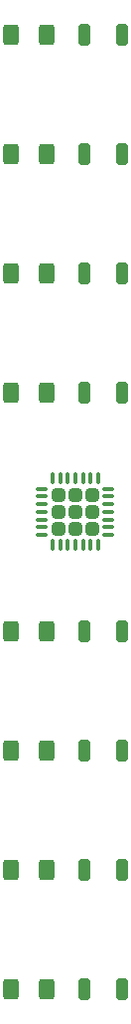
<source format=gbr>
%TF.GenerationSoftware,KiCad,Pcbnew,8.0.3-8.0.3-0~ubuntu22.04.1*%
%TF.CreationDate,2024-08-08T09:56:26+03:00*%
%TF.ProjectId,PM-RQ8-front,504d2d52-5138-42d6-9672-6f6e742e6b69,rev?*%
%TF.SameCoordinates,Original*%
%TF.FileFunction,Paste,Bot*%
%TF.FilePolarity,Positive*%
%FSLAX46Y46*%
G04 Gerber Fmt 4.6, Leading zero omitted, Abs format (unit mm)*
G04 Created by KiCad (PCBNEW 8.0.3-8.0.3-0~ubuntu22.04.1) date 2024-08-08 09:56:26*
%MOMM*%
%LPD*%
G01*
G04 APERTURE LIST*
G04 Aperture macros list*
%AMRoundRect*
0 Rectangle with rounded corners*
0 $1 Rounding radius*
0 $2 $3 $4 $5 $6 $7 $8 $9 X,Y pos of 4 corners*
0 Add a 4 corners polygon primitive as box body*
4,1,4,$2,$3,$4,$5,$6,$7,$8,$9,$2,$3,0*
0 Add four circle primitives for the rounded corners*
1,1,$1+$1,$2,$3*
1,1,$1+$1,$4,$5*
1,1,$1+$1,$6,$7*
1,1,$1+$1,$8,$9*
0 Add four rect primitives between the rounded corners*
20,1,$1+$1,$2,$3,$4,$5,0*
20,1,$1+$1,$4,$5,$6,$7,0*
20,1,$1+$1,$6,$7,$8,$9,0*
20,1,$1+$1,$8,$9,$2,$3,0*%
G04 Aperture macros list end*
%ADD10RoundRect,0.075000X-0.075000X-0.437500X0.075000X-0.437500X0.075000X0.437500X-0.075000X0.437500X0*%
%ADD11RoundRect,0.075000X-0.437500X-0.075000X0.437500X-0.075000X0.437500X0.075000X-0.437500X0.075000X0*%
%ADD12RoundRect,0.250000X-0.320000X-0.320000X0.320000X-0.320000X0.320000X0.320000X-0.320000X0.320000X0*%
%ADD13RoundRect,0.250000X-0.400000X-0.625000X0.400000X-0.625000X0.400000X0.625000X-0.400000X0.625000X0*%
%ADD14RoundRect,0.190000X0.285000X0.710000X-0.285000X0.710000X-0.285000X-0.710000X0.285000X-0.710000X0*%
G04 APERTURE END LIST*
D10*
%TO.C,U1*%
X73130000Y-103167500D03*
X73780000Y-103167500D03*
X74430000Y-103167500D03*
X75080000Y-103167500D03*
X75730000Y-103167500D03*
X76380000Y-103167500D03*
X77030000Y-103167500D03*
D11*
X77917500Y-102280000D03*
X77917500Y-101630000D03*
X77917500Y-100980000D03*
X77917500Y-100330000D03*
X77917500Y-99680000D03*
X77917500Y-99030000D03*
X77917500Y-98380000D03*
D10*
X77030000Y-97492500D03*
X76380000Y-97492500D03*
X75730000Y-97492500D03*
X75080000Y-97492500D03*
X74430000Y-97492500D03*
X73780000Y-97492500D03*
X73130000Y-97492500D03*
D11*
X72242500Y-98380000D03*
X72242500Y-99030000D03*
X72242500Y-99680000D03*
X72242500Y-100330000D03*
X72242500Y-100980000D03*
X72242500Y-101630000D03*
X72242500Y-102280000D03*
D12*
X76500000Y-98910000D03*
X76500000Y-100330000D03*
X76500000Y-101750000D03*
X75080000Y-98910000D03*
X75080000Y-100330000D03*
X75080000Y-101750000D03*
X73660000Y-98910000D03*
X73660000Y-100330000D03*
X73660000Y-101750000D03*
%TD*%
D13*
%TO.C,R8*%
X72670000Y-140970000D03*
X69570000Y-140970000D03*
%TD*%
%TO.C,R7*%
X72670000Y-130810000D03*
X69570000Y-130810000D03*
%TD*%
%TO.C,R6*%
X72670000Y-120650000D03*
X69570000Y-120650000D03*
%TD*%
%TO.C,R5*%
X72670000Y-110490000D03*
X69570000Y-110490000D03*
%TD*%
%TO.C,R4*%
X69570000Y-90170000D03*
X72670000Y-90170000D03*
%TD*%
%TO.C,R3*%
X69570000Y-80010000D03*
X72670000Y-80010000D03*
%TD*%
%TO.C,R2*%
X69570000Y-69850000D03*
X72670000Y-69850000D03*
%TD*%
%TO.C,R1*%
X69570000Y-59690000D03*
X72670000Y-59690000D03*
%TD*%
D14*
%TO.C,D8*%
X75870000Y-140970000D03*
X79070000Y-140970000D03*
%TD*%
%TO.C,D7*%
X75870000Y-130810000D03*
X79070000Y-130810000D03*
%TD*%
%TO.C,D6*%
X75870000Y-120650000D03*
X79070000Y-120650000D03*
%TD*%
%TO.C,D5*%
X75870000Y-110490000D03*
X79070000Y-110490000D03*
%TD*%
%TO.C,D4*%
X79070000Y-90170000D03*
X75870000Y-90170000D03*
%TD*%
%TO.C,D3*%
X79070000Y-80010000D03*
X75870000Y-80010000D03*
%TD*%
%TO.C,D2*%
X79070000Y-69850000D03*
X75870000Y-69850000D03*
%TD*%
%TO.C,D1*%
X79070000Y-59690000D03*
X75870000Y-59690000D03*
%TD*%
M02*

</source>
